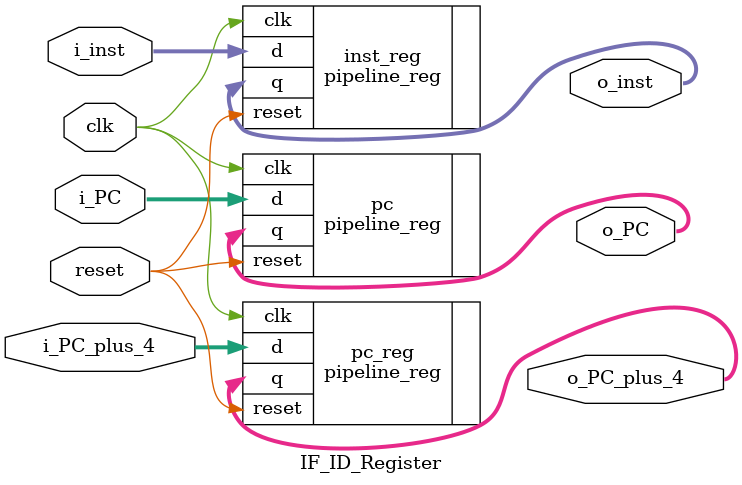
<source format=v>

module IF_ID_Register (
    input clk,
    input reset,

    // --- Inputs from IF Stage ---
    input [31:0] i_inst,        // The instruction fetched from memory
    input [31:0] i_PC_plus_4,   // The calculated PC+4 value
    input [31:0] i_PC,

    // --- Outputs to ID Stage ---
    output [31:0] o_inst,       // The instruction passed to the ID stage
    output [31:0] o_PC_plus_4,   // The PC+4 value passed to the ID stage
    output [31:0] o_PC
);

    // Instantiate a 32-bit register for the instruction
    pipeline_reg #(.WIDTH(32)) inst_reg (
        .clk(clk), 
        .reset(reset), 
        .d(i_inst), 
        .q(o_inst)
    );

    // Instantiate a 32-bit register for the PC+4 value
    pipeline_reg #(.WIDTH(32)) pc_reg (
        .clk(clk), 
        .reset(reset), 
        .d(i_PC_plus_4), 
        .q(o_PC_plus_4)
    );
    pipeline_reg #(.WIDTH(32)) pc (
        .clk(clk), 
        .reset(reset), 
        .d(i_PC), 
        .q(o_PC)
    );

endmodule
</source>
